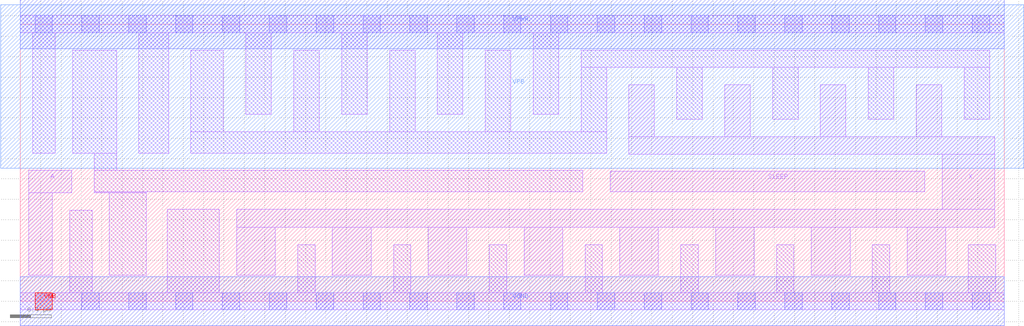
<source format=lef>
# Copyright 2020 The SkyWater PDK Authors
#
# Licensed under the Apache License, Version 2.0 (the "License");
# you may not use this file except in compliance with the License.
# You may obtain a copy of the License at
#
#     https://www.apache.org/licenses/LICENSE-2.0
#
# Unless required by applicable law or agreed to in writing, software
# distributed under the License is distributed on an "AS IS" BASIS,
# WITHOUT WARRANTIES OR CONDITIONS OF ANY KIND, either express or implied.
# See the License for the specific language governing permissions and
# limitations under the License.
#
# SPDX-License-Identifier: Apache-2.0

VERSION 5.7 ;
  NOWIREEXTENSIONATPIN ON ;
  DIVIDERCHAR "/" ;
  BUSBITCHARS "[]" ;
PROPERTYDEFINITIONS
  MACRO maskLayoutSubType STRING ;
  MACRO prCellType STRING ;
  MACRO originalViewName STRING ;
END PROPERTYDEFINITIONS
MACRO sky130_fd_sc_hdll__isobufsrc_8
  CLASS CORE ;
  FOREIGN sky130_fd_sc_hdll__isobufsrc_8 ;
  ORIGIN  0.000000  0.000000 ;
  SIZE  9.660000 BY  2.720000 ;
  SYMMETRY X Y R90 ;
  SITE unithd ;
  PIN A
    ANTENNAGATEAREA  0.555000 ;
    DIRECTION INPUT ;
    USE SIGNAL ;
    PORT
      LAYER li1 ;
        RECT 0.085000 0.255000 0.315000 1.065000 ;
        RECT 0.085000 1.065000 0.505000 1.285000 ;
    END
  END A
  PIN SLEEP
    ANTENNAGATEAREA  2.220000 ;
    DIRECTION INPUT ;
    USE SIGNAL ;
    PORT
      LAYER li1 ;
        RECT 5.790000 1.075000 8.880000 1.275000 ;
    END
  END SLEEP
  PIN VNB
    PORT
      LAYER pwell ;
        RECT 0.145000 -0.085000 0.315000 0.085000 ;
    END
  END VNB
  PIN VPB
    PORT
      LAYER nwell ;
        RECT -0.190000 1.305000 9.850000 2.910000 ;
    END
  END VPB
  PIN X
    ANTENNADIFFAREA  2.889000 ;
    DIRECTION OUTPUT ;
    USE SIGNAL ;
    PORT
      LAYER li1 ;
        RECT 2.125000 0.255000 2.505000 0.725000 ;
        RECT 2.125000 0.725000 9.565000 0.905000 ;
        RECT 3.065000 0.255000 3.445000 0.725000 ;
        RECT 4.005000 0.255000 4.385000 0.725000 ;
        RECT 4.945000 0.255000 5.325000 0.725000 ;
        RECT 5.885000 0.255000 6.265000 0.725000 ;
        RECT 5.975000 1.445000 9.565000 1.615000 ;
        RECT 5.975000 1.615000 6.225000 2.125000 ;
        RECT 6.825000 0.255000 7.205000 0.725000 ;
        RECT 6.915000 1.615000 7.165000 2.125000 ;
        RECT 7.765000 0.255000 8.145000 0.725000 ;
        RECT 7.855000 1.615000 8.105000 2.125000 ;
        RECT 8.705000 0.255000 9.085000 0.725000 ;
        RECT 8.795000 1.615000 9.045000 2.125000 ;
        RECT 9.050000 0.905000 9.565000 1.445000 ;
    END
  END X
  PIN VGND
    DIRECTION INOUT ;
    USE GROUND ;
    PORT
      LAYER met1 ;
        RECT 0.000000 -0.240000 9.660000 0.240000 ;
    END
  END VGND
  PIN VPWR
    DIRECTION INOUT ;
    USE POWER ;
    PORT
      LAYER met1 ;
        RECT 0.000000 2.480000 9.660000 2.960000 ;
    END
  END VPWR
  OBS
    LAYER li1 ;
      RECT 0.000000 -0.085000 9.660000 0.085000 ;
      RECT 0.000000  2.635000 9.660000 2.805000 ;
      RECT 0.125000  1.455000 0.345000 2.635000 ;
      RECT 0.485000  0.085000 0.705000 0.895000 ;
      RECT 0.515000  1.455000 0.945000 2.465000 ;
      RECT 0.725000  1.065000 1.235000 1.075000 ;
      RECT 0.725000  1.075000 5.520000 1.285000 ;
      RECT 0.725000  1.285000 0.945000 1.455000 ;
      RECT 0.875000  0.255000 1.235000 1.065000 ;
      RECT 1.165000  1.455000 1.460000 2.635000 ;
      RECT 1.445000  0.085000 1.955000 0.905000 ;
      RECT 1.675000  1.455000 5.755000 1.665000 ;
      RECT 1.675000  1.665000 1.995000 2.465000 ;
      RECT 2.215000  1.835000 2.465000 2.635000 ;
      RECT 2.685000  1.665000 2.935000 2.465000 ;
      RECT 2.725000  0.085000 2.895000 0.555000 ;
      RECT 3.155000  1.835000 3.405000 2.635000 ;
      RECT 3.625000  1.665000 3.875000 2.465000 ;
      RECT 3.665000  0.085000 3.835000 0.555000 ;
      RECT 4.095000  1.835000 4.345000 2.635000 ;
      RECT 4.565000  1.665000 4.815000 2.465000 ;
      RECT 4.605000  0.085000 4.775000 0.555000 ;
      RECT 5.035000  1.835000 5.285000 2.635000 ;
      RECT 5.505000  1.665000 5.755000 2.295000 ;
      RECT 5.505000  2.295000 9.515000 2.465000 ;
      RECT 5.545000  0.085000 5.715000 0.555000 ;
      RECT 6.445000  1.785000 6.695000 2.295000 ;
      RECT 6.485000  0.085000 6.655000 0.555000 ;
      RECT 7.385000  1.785000 7.635000 2.295000 ;
      RECT 7.425000  0.085000 7.595000 0.555000 ;
      RECT 8.325000  1.785000 8.575000 2.295000 ;
      RECT 8.365000  0.085000 8.535000 0.555000 ;
      RECT 9.265000  1.785000 9.515000 2.295000 ;
      RECT 9.305000  0.085000 9.575000 0.555000 ;
    LAYER mcon ;
      RECT 0.145000 -0.085000 0.315000 0.085000 ;
      RECT 0.145000  2.635000 0.315000 2.805000 ;
      RECT 0.605000 -0.085000 0.775000 0.085000 ;
      RECT 0.605000  2.635000 0.775000 2.805000 ;
      RECT 1.065000 -0.085000 1.235000 0.085000 ;
      RECT 1.065000  2.635000 1.235000 2.805000 ;
      RECT 1.525000 -0.085000 1.695000 0.085000 ;
      RECT 1.525000  2.635000 1.695000 2.805000 ;
      RECT 1.985000 -0.085000 2.155000 0.085000 ;
      RECT 1.985000  2.635000 2.155000 2.805000 ;
      RECT 2.445000 -0.085000 2.615000 0.085000 ;
      RECT 2.445000  2.635000 2.615000 2.805000 ;
      RECT 2.905000 -0.085000 3.075000 0.085000 ;
      RECT 2.905000  2.635000 3.075000 2.805000 ;
      RECT 3.365000 -0.085000 3.535000 0.085000 ;
      RECT 3.365000  2.635000 3.535000 2.805000 ;
      RECT 3.825000 -0.085000 3.995000 0.085000 ;
      RECT 3.825000  2.635000 3.995000 2.805000 ;
      RECT 4.285000 -0.085000 4.455000 0.085000 ;
      RECT 4.285000  2.635000 4.455000 2.805000 ;
      RECT 4.745000 -0.085000 4.915000 0.085000 ;
      RECT 4.745000  2.635000 4.915000 2.805000 ;
      RECT 5.205000 -0.085000 5.375000 0.085000 ;
      RECT 5.205000  2.635000 5.375000 2.805000 ;
      RECT 5.665000 -0.085000 5.835000 0.085000 ;
      RECT 5.665000  2.635000 5.835000 2.805000 ;
      RECT 6.125000 -0.085000 6.295000 0.085000 ;
      RECT 6.125000  2.635000 6.295000 2.805000 ;
      RECT 6.585000 -0.085000 6.755000 0.085000 ;
      RECT 6.585000  2.635000 6.755000 2.805000 ;
      RECT 7.045000 -0.085000 7.215000 0.085000 ;
      RECT 7.045000  2.635000 7.215000 2.805000 ;
      RECT 7.505000 -0.085000 7.675000 0.085000 ;
      RECT 7.505000  2.635000 7.675000 2.805000 ;
      RECT 7.965000 -0.085000 8.135000 0.085000 ;
      RECT 7.965000  2.635000 8.135000 2.805000 ;
      RECT 8.425000 -0.085000 8.595000 0.085000 ;
      RECT 8.425000  2.635000 8.595000 2.805000 ;
      RECT 8.885000 -0.085000 9.055000 0.085000 ;
      RECT 8.885000  2.635000 9.055000 2.805000 ;
      RECT 9.345000 -0.085000 9.515000 0.085000 ;
      RECT 9.345000  2.635000 9.515000 2.805000 ;
  END
  PROPERTY maskLayoutSubType "abstract" ;
  PROPERTY prCellType "standard" ;
  PROPERTY originalViewName "layout" ;
END sky130_fd_sc_hdll__isobufsrc_8
END LIBRARY

</source>
